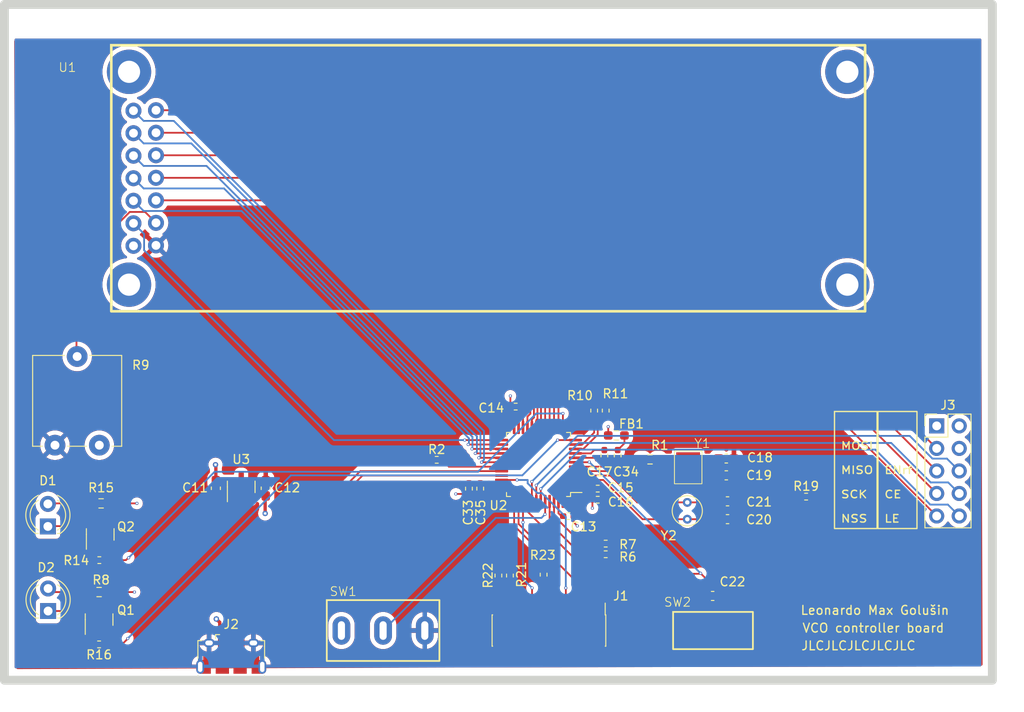
<source format=kicad_pcb>
(kicad_pcb (version 20221018) (generator pcbnew)
  (layers (0 "F.Cu" signal) (1 "In1.Cu" signal) (2 "In2.Cu" signal) (31 "B.Cu" signal) (34 "B.Paste" user) (35 "F.Paste" user) (36 "B.SilkS" user "B.Silkscreen") (37 "F.SilkS" user "F.Silkscreen") (38 "B.Mask" user) (39 "F.Mask" user) (44 "Edge.Cuts" user))
  (net 0 "")
  (net 1 "+5V")
  (net 2 "GND")
  (net 3 "+3V3")
  (net 4 "VDDA")
  (net 5 "Net-(C18-Pad2)")
  (net 6 "/MCU/OSC+")
  (net 7 "/MCU/OSC32+")
  (net 8 "/MCU/OSC32-")
  (net 9 "/MCU/Reset_pin")
  (net 10 "Net-(D1-K)")
  (net 11 "Net-(D1-A)")
  (net 12 "Net-(D2-K)")
  (net 13 "Net-(D2-A)")
  (net 15 "/Connectors/TRST")
  (net 16 "/Connectors/TDI")
  (net 17 "/Connectors/TMS")
  (net 18 "/Connectors/TCK")
  (net 19 "Net-(J1-RTCK)")
  (net 20 "/Connectors/TDO")
  (net 21 "Net-(J1-DBGRQ{slash}NC)")
  (net 22 "Net-(J1-DBGACK{slash}NC)")
  (net 23 "/MCU/USB_D-")
  (net 24 "/MCU/USB_D+")
  (net 28 "/Connectors/SPI_MOSI")
  (net 30 "/Connectors/SPI_MISO")
  (net 31 "/Connectors/ENrf")
  (net 32 "/Connectors/SPI_SCK")
  (net 33 "/Connectors/CE")
  (net 34 "/Connectors/SPI_NSS")
  (net 35 "/Connectors/LE")
  (net 36 "Net-(Q1-G)")
  (net 37 "Net-(Q2-G)")
  (net 38 "/MCU/OSC-")
  (net 39 "Net-(U2-PA10)")
  (net 40 "Net-(U2-PB8)")
  (net 41 "Net-(U2-PB9)")
  (net 42 "Net-(U1-VO)")
  (net 43 "Net-(U2-PA1)")
  (net 44 "Net-(U2-PA0)")
  (net 45 "/MCU/Status_LED_red")
  (net 46 "/MCU/Status_LED_green")
  (net 47 "Net-(U2-PC13)")
  (net 48 "/MCU/BOOT0_Pin")
  (net 49 "RS")
  (net 50 "R{slash}W")
  (net 51 "EN")
  (net 52 "D0")
  (net 53 "D1")
  (net 54 "D2")
  (net 55 "D3")
  (net 56 "D4")
  (net 57 "D5")
  (net 58 "D6")
  (net 59 "D7")
  (footprint "Capacitor_SMD:C_0603_1608Metric_Pad1.08x0.95mm_HandSolder" (layer "F.Cu") (at 86.94 107.4575 -90)
    (fp_text reference "C11")
    (fp_text value "1uF")
  )
  (footprint "Capacitor_SMD:C_0603_1608Metric_Pad1.08x0.95mm_HandSolder" (layer "F.Cu") (at 144.6375 110.94 180)
    (fp_text reference "C20")
    (fp_text value "10pF")
  )
  (footprint "LED_THT:LED_D4.0mm" (layer "F.Cu") (at 68 111.7625 90)
    (fp_text reference "D1")
    (fp_text value "Red")
  )
  (footprint "Resistor_SMD:R_0402_1005Metric_Pad0.72x0.64mm_HandSolder" (layer "F.Cu") (at 130 108.75)
    (fp_text reference "C16")
    (fp_text value "10uF")
  )
  (footprint "ADF5355_footprint_lib:162K-CC_BC-3LP" (layer "F.Cu") (at 117.65 72.5)
    (fp_text reference "U1")
    (fp_text value "~")
  )
  (footprint "Resistor_SMD:R_0402_1005Metric_Pad0.72x0.64mm_HandSolder" (layer "F.Cu") (at 120.75 98.25)
    (fp_text reference "C14")
    (fp_text value "100nF")
  )
  (footprint "Resistor_SMD:R_0402_1005Metric_Pad0.72x0.64mm_HandSolder" (layer "F.Cu") (at 130.9 113.7 180)
    (fp_text reference "R7")
    (fp_text value "10k")
  )
  (footprint "Resistor_SMD:R_0603_1608Metric_Pad0.98x0.95mm_HandSolder" (layer "F.Cu") (at 132.1 101.5)
    (fp_text reference "FB1")
    (fp_text value "FerriteBead")
  )
  (footprint "Resistor_SMD:R_0402_1005Metric_Pad0.72x0.64mm_HandSolder" (layer "F.Cu") (at 118.8 117.3 90)
    (fp_text reference "R22")
    (fp_text value "10k")
  )
  (footprint "Package_TO_SOT_SMD:SOT-23" (layer "F.Cu") (at 73.775 122.2625 90)
    (fp_text reference "Q1")
    (fp_text value "Q_NMOS_GSD")
  )
  (footprint "Resistor_SMD:R_0603_1608Metric_Pad0.98x0.95mm_HandSolder" (layer "F.Cu") (at 74 109.1625 180)
    (fp_text reference "R15")
    (fp_text value "200R")
  )
  (footprint "Resistor_SMD:R_0402_1005Metric_Pad0.72x0.64mm_HandSolder" (layer "F.Cu") (at 126.7 110.6 180)
    (fp_text reference "C13")
    (fp_text value "100nF")
  )
  (footprint "ADF5355:NX3225GD" (layer "F.Cu") (at 140.2 105.1 -90)
    (fp_text reference "Y1")
    (fp_text value "8MHz")
  )
  (footprint "Resistor_SMD:R_0402_1005Metric_Pad0.72x0.64mm_HandSolder" (layer "F.Cu") (at 115.48 107.5 90)
    (fp_text reference "C33")
    (fp_text value "100nF")
  )
  (footprint "Capacitor_SMD:C_0603_1608Metric_Pad1.08x0.95mm_HandSolder" (layer "F.Cu") (at 144.5 106 180)
    (fp_text reference "C19")
    (fp_text value "20pF")
  )
  (footprint "Capacitor_SMD:C_0603_1608Metric_Pad1.08x0.95mm_HandSolder" (layer "F.Cu") (at 144.5 104.1 180)
    (fp_text reference "C18")
    (fp_text value "20pF")
  )
  (footprint "Package_TO_SOT_SMD:SOT-23" (layer "F.Cu") (at 89.8 107.3 90)
    (fp_text reference "U3")
    (fp_text value "TPS7A0533PDBZ")
  )
  (footprint "Resistor_SMD:R_0402_1005Metric_Pad0.72x0.64mm_HandSolder" (layer "F.Cu") (at 73.8 115.5625 180)
    (fp_text reference "R14")
    (fp_text value "10k")
  )
  (footprint "Resistor_SMD:R_0402_1005Metric_Pad0.72x0.64mm_HandSolder" (layer "F.Cu") (at 123.9 117.2 90)
    (fp_text reference "R23")
    (fp_text value "10k")
  )
  (footprint "Resistor_SMD:R_0603_1608Metric_Pad0.98x0.95mm_HandSolder" (layer "F.Cu") (at 135.9 104.2 180)
    (fp_text reference "R1")
    (fp_text value "390R")
  )
  (footprint "Potentiometer_THT:Potentiometer_ACP_CA9-V10_Vertical" (layer "F.Cu") (at 73.8 102.6 90)
    (fp_text reference "R9")
    (fp_text value "10k")
  )
  (footprint "ADF5355:Toggle_switch_710X" (layer "F.Cu") (at 105.8 123.5)
    (fp_text reference "SW1")
    (fp_text value "SW_SPDT")
  )
  (footprint "Resistor_SMD:R_0402_1005Metric_Pad0.72x0.64mm_HandSolder" (layer "F.Cu") (at 132.25 103.75 -90)
    (fp_text reference "C34")
    (fp_text value "1uF")
  )
  (footprint "ADF5355:WS_TASV_SMT_Switch" (layer "F.Cu") (at 143 123.5)
    (fp_text reference "SW2")
    (fp_text value "SW_Push")
  )
  (footprint "Resistor_SMD:R_0402_1005Metric_Pad0.72x0.64mm_HandSolder" (layer "F.Cu") (at 129.6 98.7 -90)
    (fp_text reference "R10")
    (fp_text value "10k")
  )
  (footprint "Capacitor_SMD:C_0603_1608Metric_Pad1.08x0.95mm_HandSolder" (layer "F.Cu") (at 144.6375 108.93 180)
    (fp_text reference "C21")
    (fp_text value "10pF")
  )
  (footprint "Capacitor_SMD:C_0603_1608Metric_Pad1.08x0.95mm_HandSolder" (layer "F.Cu") (at 92.565 107.4575 90)
    (fp_text reference "C12")
    (fp_text value "1uF")
  )
  (footprint "Resistor_SMD:R_0402_1005Metric_Pad0.72x0.64mm_HandSolder" (layer "F.Cu") (at 130.9 98.7 -90)
    (fp_text reference "R11")
    (fp_text value "10k")
  )
  (footprint "LED_THT:LED_D4.0mm" (layer "F.Cu") (at 68.025 121.3 90)
    (fp_text reference "D2")
    (fp_text value "Green")
  )
  (footprint "Resistor_SMD:R_0402_1005Metric_Pad0.72x0.64mm_HandSolder" (layer "F.Cu") (at 153.5 108.4)
    (fp_text reference "R19")
    (fp_text value "10k")
  )
  (footprint "Connector_USB:USB_Micro-B_Amphenol_10118194_Horizontal" (layer "F.Cu") (at 88.675 126.3)
    (fp_text reference "J2")
    (fp_text value "USB_B_Micro")
  )
  (footprint "Connector_PinHeader_2.54mm:PinHeader_2x05_P2.54mm_Vertical" (layer "F.Cu") (at 168.225 100.425)
    (fp_text reference "J3")
    (fp_text value "Conn_02x05_Odd_Even")
  )
  (footprint "Resistor_SMD:R_0402_1005Metric_Pad0.72x0.64mm_HandSolder" (layer "F.Cu") (at 130.9 114.9 180)
    (fp_text reference "R6")
    (fp_text value "10k")
  )
  (footprint "Resistor_SMD:R_0603_1608Metric_Pad0.98x0.95mm_HandSolder" (layer "F.Cu") (at 73.775 119.1625 180)
    (fp_text reference "R8")
    (fp_text value "300R")
  )
  (footprint "Package_QFP:LQFP-48_7x7mm_P0.5mm" (layer "F.Cu") (at 123.325 104.775 180)
    (fp_text reference "U2")
    (fp_text value "STM32L433CCTx")
  )
  (footprint "Resistor_SMD:R_0402_1005Metric_Pad0.72x0.64mm_HandSolder" (layer "F.Cu") (at 120.1 117.3 -90)
    (fp_text reference "R21")
    (fp_text value "10k")
  )
  (footprint "Package_TO_SOT_SMD:SOT-23" (layer "F.Cu") (at 73.9 112.6625 90)
    (fp_text reference "Q2")
    (fp_text value "Q_NMOS_GSD")
  )
  (footprint "Resistor_SMD:R_0402_1005Metric_Pad0.72x0.64mm_HandSolder" (layer "F.Cu") (at 116.75 107.5 90)
    (fp_text reference "C35")
    (fp_text value "1uF")
  )
  (footprint "Resistor_SMD:R_0402_1005Metric_Pad0.72x0.64mm_HandSolder" (layer "F.Cu") (at 130 107.5)
    (fp_text reference "C15")
    (fp_text value "100nF")
  )
  (footprint "Resistor_SMD:R_0402_1005Metric_Pad0.72x0.64mm_HandSolder" (layer "F.Cu") (at 111.8475 104.25)
    (fp_text reference "R2")
    (fp_text value "10k")
  )
  (footprint "Crystal:Crystal_Round_D3.0mm_Vertical" (layer "F.Cu") (at 140.1 110.95 90)
    (fp_text reference "Y2")
    (fp_text value "32kHz")
  )
  (footprint "Capacitor_SMD:C_0603_1608Metric_Pad1.08x0.95mm_HandSolder" (layer "F.Cu") (at 142.9625 119.6)
    (fp_text reference "C22")
    (fp_text value "100nF")
  )
  (footprint "Connector_PinHeader_1.27mm:PinHeader_2x10_P1.27mm_Vertical_SMD" (layer "F.Cu") (at 124.5 123.5 -90)
    (fp_text reference "J1")
    (fp_text value "Conn_ARM_JTAG_SWD_20")
  )
  (footprint "Resistor_SMD:R_0402_1005Metric_Pad0.72x0.64mm_HandSolder" (layer "F.Cu") (at 130.75 103.75 -90)
    (fp_text reference "C17")
    (fp_text value "100nF")
  )
  (footprint "Resistor_SMD:R_0402_1005Metric_Pad0.72x0.64mm_HandSolder" (layer "F.Cu") (at 73.775 125.0625 180)
    (fp_text reference "R16")
    (fp_text value "10k")
  )
  (gr_rect (start 63.1 52.9) (end 174.5 129.1) (stroke (width 1)) (fill none) (layer "Edge.Cuts"))
  (gr_text "Leonardo Max Golušin" (at 152.8 121.8) (layer "F.SilkS") (effects (font (size 1 1)) (justify left bottom)))
  (gr_text "JLCJLCJLCJLCJLC" (at 152.875 125.8) (layer "F.SilkS") (effects (font (size 1 1)) (justify left bottom)))
  (gr_text "VCO controller board" (at 153 123.8) (layer "F.SilkS") (effects (font (size 1 1)) (justify left bottom)))
  (gr_text_box "\n\n\n\nENrf\n\nCE\n\nLE" (start 161.6 98.8) (end 166 112) (layer "F.SilkS") (effects (font (size 0.85 1)) (justify left top)) (stroke (width 0.15)))
  (gr_text_box "\n\nMOSI\n\nMISO\n\nSCK\n\nNSS" (start 156.7 98.8) (end 161.5 112) (layer "F.SilkS") (effects (font (size 0.85 1)) (justify left top)) (stroke (width 0.15)))
  (segment (start 89.8 106.3625) (end 89.5625 106.6) (width 0.37) (layer "F.Cu") (net 1))
  (segment (start 86.94 106.595) (end 86.94 104.84) (width 0.37) (layer "F.Cu") (net 1))
  (segment (start 87.375 124.9) (end 87.375 122.575) (width 0.37) (layer "F.Cu") (net 1))
  (segment (start 87.41 106.6) (end 87.1725 106.3625) (width 0.37) (layer "F.Cu") (net 1))
  (segment (start 86.94 104.84) (end 86.9 104.8) (width 0.2) (layer "F.Cu") (net 1))
  (segment (start 87.1725 106.3625) (end 86.94 106.595) (width 0.2) (layer "F.Cu") (net 1))
  (segment (start 87.375 122.575) (end 87 122.2) (width 0.37) (layer "F.Cu") (net 1))
  (segment (start 74.6875 119.1625) (end 77.7625 119.1625) (width 0.2) (layer "F.Cu") (net 1))
  (segment (start 89.5625 106.6) (end 87.41 106.6) (width 0.37) (layer "F.Cu") (net 1))
  (segment (start 74.9125 109.1625) (end 78.0375 109.1625) (width 0.2) (layer "F.Cu") (net 1))
  (via (at 87 122.2) (size 0.6) (drill 0.3) (layers "F.Cu" "B.Cu") (net 1))
  (via (at 86.9 104.8) (size 0.6) (drill 0.3) (layers "F.Cu" "B.Cu") (net 1))
  (via (at 87 122.2) (size 0.6) (drill 0.3) (layers "F.Cu" "B.Cu") (net 1))
  (via (at 78.0375 109.1625) (size 0.35) (drill 0.2) (layers "F.Cu" "B.Cu") (net 1))
  (via (at 77.7625 119.1625) (size 0.35) (drill 0.2) (layers "F.Cu" "B.Cu") (net 1))
  (segment (start 121.3475 98.9025) (end 121.3475 98.25) (width 0.2) (layer "F.Cu") (net 2))
  (segment (start 121.075 100.6125) (end 121.075 99.175) (width 0.2) (layer "F.Cu") (net 2))
  (segment (start 126.1025 110.6) (end 125.9 110.6) (width 0.2) (layer "F.Cu") (net 2))
  (segment (start 121.075 99.175) (end 121.3475 98.9025) (width 0.2) (layer "F.Cu") (net 2))
  (segment (start 125.9 110.6) (end 125.575 110.275) (width 0.2) (layer "F.Cu") (net 2))
  (segment (start 117.7 106.9) (end 117.6975 106.9025) (width 0.2) (layer "F.Cu") (net 2))
  (segment (start 127.4875 104.025) (end 129.65 104.025) (width 0.2) (layer "F.Cu") (net 2))
  (segment (start 129.65 104.025) (end 129.9725 104.3475) (width 0.2) (layer "F.Cu") (net 2))
  (segment (start 117.6975 106.9025) (end 115.48 106.9025) (width 0.2) (layer "F.Cu") (net 2))
  (segment (start 129.9725 104.3475) (end 132.25 104.3475) (width 0.2) (layer "F.Cu") (net 2))
  (segment (start 117.825 107.025) (end 117.7 106.9) (width 0.2) (layer "F.Cu") (net 2))
  (segment (start 119.1625 107.025) (end 117.825 107.025) (width 0.2) (layer "F.Cu") (net 2))
  (segment (start 125.575 110.275) (end 125.575 108.9375) (width 0.2) (layer "F.Cu") (net 2))
  (segment (start 92.5 108.385) (end 92.565 108.32) (width 0.2) (layer "F.Cu") (net 3))
  (segment (start 118.1025 108.0975) (end 115.48 108.0975) (width 0.2) (layer "F.Cu") (net 3))
  (segment (start 92.5 110.3) (end 92.5 108.385) (width 0.37) (layer "F.Cu") (net 3))
  (segment (start 118.675 107.525) (end 118.1025 108.0975) (width 0.2) (layer "F.Cu") (net 3))
  (segment (start 129.4025 108.75) (end 129.4025 109.6975) (width 0.2) (layer "F.Cu") (net 3))
  (segment (start 127.2975 110.16) (end 127.2975 110.6) (width 0.2) (layer "F.Cu") (net 3))
  (segment (start 119.1625 107.525) (end 118.675 107.525) (width 0.2) (layer "F.Cu") (net 3))
  (segment (start 120.1525 97.0475) (end 120.1525 98.25) (width 0.2) (layer "F.Cu") (net 3))
  (segment (start 127.2975 111.2975) (end 127.7 111.7) (width 0.2) (layer "F.Cu") (net 3))
  (segment (start 90.8325 108.32) (end 90.75 108.2375) (width 0.2) (layer "F.Cu") (net 3))
  (segment (start 127.2975 110.6) (end 127.2975 111.2975) (width 0.2) (layer "F.Cu") (net 3))
  (segment (start 115.48 108.0975) (end 114.0025 108.0975) (width 0.2) (layer "F.Cu") (net 3))
  (segment (start 129.3775 107.525) (end 129.4025 107.5) (width 0.2) (layer "F.Cu") (net 3))
  (segment (start 129.4025 108.75) (end 129.4025 107.5) (width 0.2) (layer "F.Cu") (net 3))
  (segment (start 120.575 100.6125) (end 120.575 99.825) (width 0.2) (layer "F.Cu") (net 3))
  (segment (start 126.075 108.9375) (end 127.2975 110.16) (width 0.2) (layer "F.Cu") (net 3))
  (segment (start 92.565 108.32) (end 90.8325 108.32) (width 0.37) (layer "F.Cu") (net 3))
  (segment (start 127.4875 107.525) (end 129.3775 107.525) (width 0.2) (layer "F.Cu") (net 3))
  (segment (start 120.1525 99.4025) (end 120.1525 98.25) (width 0.2) (layer "F.Cu") (net 3))
  (segment (start 131.1875 101.5) (end 131.1875 100.5125) (width 0.2) (layer "F.Cu") (net 3))
  (segment (start 120.575 99.825) (end 120.1525 99.4025) (width 0.2) (layer "F.Cu") (net 3))
  (via (at 127.7 111.7) (size 0.35) (drill 0.2) (layers "F.Cu" "B.Cu") (net 3))
  (via (at 114 108.1) (size 0.35) (drill 0.2) (layers "F.Cu" "B.Cu") (net 3))
  (via (at 129.4 109.7) (size 0.35) (drill 0.2) (layers "F.Cu" "B.Cu") (net 3))
  (via (at 120.1525 97.0475) (size 0.35) (drill 0.2) (layers "F.Cu" "B.Cu") (net 3))
  (via (at 131.1875 100.5125) (size 0.35) (drill 0.2) (layers "F.Cu" "B.Cu") (net 3))
  (via (at 92.5 110.3) (size 0.6) (drill 0.3) (layers "F.Cu" "B.Cu") (net 3))
  (segment (start 129.225 103.525) (end 129.5975 103.1525) (width 0.2) (layer "F.Cu") (net 4))
  (segment (start 133.0125 102.39) (end 132.25 103.1525) (width 0.2) (layer "F.Cu") (net 4))
  (segment (start 129.5975 103.1525) (end 132.25 103.1525) (width 0.2) (layer "F.Cu") (net 4))
  (segment (start 133.0125 101.5) (end 133.0125 102.39) (width 0.2) (layer "F.Cu") (net 4))
  (segment (start 129.225 103.525) (end 127.4875 103.525) (width 0.2) (layer "F.Cu") (net 4))
  (segment (start 143.5875 104.15) (end 143.6375 104.1) (width 0.2) (layer "F.Cu") (net 5))
  (segment (start 136.8625 104.15) (end 140.2 104.15) (width 0.2) (layer "F.Cu") (net 5))
  (segment (start 136.8125 104.2) (end 136.8625 104.15) (width 0.2) (layer "F.Cu") (net 5))
  (segment (start 140.2 104.15) (end 143.5875 104.15) (width 0.2) (layer "F.Cu") (net 5))
  (segment (start 127.4875 105.525) (end 134.125 105.525) (width 0.2) (layer "F.Cu") (net 6))
  (segment (start 134.6 106) (end 140.15 106) (width 0.2) (layer "F.Cu") (net 6))
  (segment (start 143.5875 106.05) (end 143.6375 106) (width 0.2) (layer "F.Cu") (net 6))
  (segment (start 134.125 105.525) (end 134.6 106) (width 0.2) (layer "F.Cu") (net 6))
  (segment (start 140.2 106.05) (end 143.5875 106.05) (width 0.2) (layer "F.Cu") (net 6))
  (segment (start 140.15 106) (end 140.2 106.05) (width 0.2) (layer "F.Cu") (net 6))
  (segment (start 130.630538 106.525) (end 135.055538 110.95) (width 0.2) (layer "F.Cu") (net 7))
  (segment (start 143.765 110.95) (end 143.775 110.94) (width 0.2) (layer "F.Cu") (net 7))
  (segment (start 135.055538 110.95) (end 140.1 110.95) (width 0.2) (layer "F.Cu") (net 7))
  (segment (start 127.4875 106.525) (end 130.630538 106.525) (width 0.2) (layer "F.Cu") (net 7))
  (segment (start 140.1 110.95) (end 143.765 110.95) (width 0.2) (layer "F.Cu") (net 7))
  (segment (start 127.4875 106.025) (end 131.425 106.025) (width 0.2) (layer "F.Cu") (net 8))
  (segment (start 143.655 109.05) (end 143.775 108.93) (width 0.2) (layer "F.Cu") (net 8))
  (segment (start 140.1 109.05) (end 143.655 109.05) (width 0.2) (layer "F.Cu") (net 8))
  (segment (start 134.45 109.05) (end 140.1 109.05) (width 0.2) (layer "F.Cu") (net 8))
  (segment (start 131.425 106.025) (end 134.45 109.05) (width 0.2) (layer "F.Cu") (net 8))
  (segment (start 141.6 117.05) (end 141.55 117.1) (width 0.2) (layer "F.Cu") (net 9))
  (segment (start 129.025 104.525) (end 129.05 104.5) (width 0.2) (layer "F.Cu") (net 9))
  (segment (start 131.9 123.2) (end 122.145 123.2) (width 0.2) (layer "F.Cu") (net 9))
  (segment (start 127.4875 104.525) (end 129.025 104.525) (width 0.2) (layer "F.Cu") (net 9))
  (segment (start 143.825 119.275) (end 143.825 119.6) (width 0.2) (layer "F.Cu") (net 9))
  (segment (start 141.6 117.05) (end 143.825 119.275) (width 0.2) (layer "F.Cu") (net 9))
  (segment (start 138 117.1) (end 131.9 123.2) (width 0.2) (layer "F.Cu") (net 9))
  (segment (start 121.325 122.38) (end 121.325 121.55) (width 0.2) (layer "F.Cu") (net 9))
  (segment (start 141.55 117.1) (end 138 117.1) (width 0.2) (layer "F.Cu") (net 9))
  (segment (start 147 122.8) (end 143.825 119.625) (width 0.2) (layer "F.Cu") (net 9))
  (segment (start 147 123.5) (end 147 122.8) (width 0.2) (layer "F.Cu") (net 9))
  (segment (start 122.145 123.2) (end 121.325 122.38) (width 0.2) (layer "F.Cu") (net 9))
  (segment (start 143.825 119.625) (end 143.825 119.6) (width 0.2) (layer "F.Cu") (net 9))
  (via (at 141.6 117.05) (size 0.35) (drill 0.2) (layers "F.Cu" "B.Cu") (net 9))
  (via (at 129.05 104.5) (size 0.35) (drill 0.2) (layers "F.Cu" "B.Cu") (net 9))
  (segment (start 129.05 104.5) (end 141.6 117.05) (width 0.2) (layer "B.Cu") (net 9))
  (segment (start 73.9 111.725) (end 68.0375 111.725) (width 0.2) (layer "F.Cu") (net 10))
  (segment (start 68.0375 111.725) (end 68 111.7625) (width 0.2) (layer "F.Cu") (net 10))
  (segment (start 68.06 109.1625) (end 68 109.2225) (width 0.2) (layer "F.Cu") (net 11))
  (segment (start 73.0875 109.1625) (end 68.06 109.1625) (width 0.2) (layer "F.Cu") (net 11))
  (segment (start 71.2 121.325) (end 73.775 121.325) (width 0.2) (layer "F.Cu") (net 12))
  (segment (start 68.025 121.3) (end 71.175 121.3) (width 0.2) (layer "F.Cu") (net 12))
  (segment (start 71.175 121.3) (end 71.2 121.325) (width 0.2) (layer "F.Cu") (net 12))
  (segment (start 68.4275 119.1625) (end 68.025 118.76) (width 0.2) (layer "F.Cu") (net 13))
  (segment (start 72.8625 119.1625) (end 68.4275 119.1625) (width 0.2) (layer "F.Cu") (net 13))
  (segment (start 122.075 110.075) (end 128.945 116.945) (width 0.2) (layer "F.Cu") (net 15))
  (segment (start 122.075 108.9375) (end 122.075 110.075) (width 0.2) (layer "F.Cu") (net 15))
  (segment (start 128.945 116.945) (end 128.945 121.55) (width 0.2) (layer "F.Cu") (net 15))
  (segment (start 121.075 111.475) (end 127.675 118.075) (width 0.2) (layer "F.Cu") (net 16))
  (segment (start 121.075 108.9375) (end 121.075 111.475) (width 0.2) (layer "F.Cu") (net 16))
  (segment (start 127.675 118.075) (end 127.675 121.55) (width 0.2) (layer "F.Cu") (net 16))
  (segment (start 126.405 118.705) (end 126.405 121.55) (width 0.2) (layer "F.Cu") (net 17))
  (segment (start 119.1625 106.525) (end 120.9 106.525) (width 0.2) (layer "F.Cu") (net 17))
  (segment (start 126.4 118.7) (end 126.405 118.705) (width 0.2) (layer "F.Cu") (net 17))
  (via (at 126.4 118.7) (size 0.35) (drill 0.2) (layers "F.Cu" "B.Cu") (net 17))
  (via (at 120.9 106.525) (size 0.35) (drill 0.2) (layers "F.Cu" "B.Cu") (net 17))
  (segment (start 123.203248 108) (end 123.7 108) (width 0.2) (layer "B.Cu") (net 17))
  (segment (start 123.7 108) (end 126.4 110.7) (width 0.2) (layer "B.Cu") (net 17))
  (segment (start 122.1 106.896752) (end 123.203248 108) (width 0.2) (layer "B.Cu") (net 17))
  (segment (start 126.4 110.7) (end 126.4 118.7) (width 0.2) (layer "B.Cu") (net 17))
  (segment (start 120.9 106.525) (end 122.1 106.525) (width 0.2) (layer "B.Cu") (net 17))
  (segment (start 122.1 106.525) (end 122.1 106.896752) (width 0.2) (layer "B.Cu") (net 17))
  (segment (start 120.575 108.9375) (end 120.575 111.675) (width 0.2) (layer "F.Cu") (net 18))
  (segment (start 120.575 111.675) (end 125.135 116.235) (width 0.2) (layer "F.Cu") (net 18))
  (segment (start 125.135 116.235) (end 125.135 121.55) (width 0.2) (layer "F.Cu") (net 18))
  (segment (start 123.9 117.7975) (end 123.865 117.8325) (width 0.2) (layer "F.Cu") (net 19))
  (segment (start 123.865 117.8325) (end 123.865 121.55) (width 0.2) (layer "F.Cu") (net 19))
  (segment (start 122.595 118.705) (end 122.595 121.55) (width 0.2) (layer "F.Cu") (net 20))
  (segment (start 121.575 108.9375) (end 121.575 111.3) (width 0.2) (layer "F.Cu") (net 20))
  (segment (start 122.6 118.7) (end 122.595 118.705) (width 0.2) (layer "F.Cu") (net 20))
  (via (at 121.575 111.3) (size 0.35) (drill 0.2) (layers "F.Cu" "B.Cu") (net 20))
  (via (at 122.6 118.7) (size 0.35) (drill 0.2) (layers "F.Cu" "B.Cu") (net 20))
  (segment (start 121.575 117.675) (end 122.6 118.7) (width 0.2) (layer "B.Cu") (net 20))
  (segment (start 121.575 111.3) (end 121.575 117.675) (width 0.2) (layer "B.Cu") (net 20))
  (segment (start 120.1 117.8975) (end 120.055 117.9425) (width 0.2) (layer "F.Cu") (net 21))
  (segment (start 120.055 117.9425) (end 120.055 121.55) (width 0.2) (layer "F.Cu") (net 21))
  (segment (start 118.8 117.8975) (end 118.785 117.9125) (width 0.2) (layer "F.Cu") (net 22))
  (segment (start 118.785 117.9125) (end 118.785 121.55) (width 0.2) (layer "F.Cu") (net 22))
  (segment (start 103.225 105.525) (end 88.025 120.725) (width 0.2) (layer "F.Cu") (net 23))
  (segment (start 88.025 120.725) (end 88.025 124.9) (width 0.2) (layer "F.Cu") (net 23))
  (segment (start 119.1625 105.525) (end 103.225 105.525) (width 0.2) (layer "F.Cu") (net 23))
  (segment (start 119.1625 106.025) (end 103.475 106.025) (width 0.2) (layer "F.Cu") (net 24))
  (segment (start 103.475 106.025) (end 88.675 120.825) (width 0.2) (layer "F.Cu") (net 24))
  (segment (start 88.675 120.825) (end 88.675 124.9) (width 0.2) (layer "F.Cu") (net 24))
  (segment (start 124.9 94.1) (end 159.36 94.1) (width 0.2) (layer "F.Cu") (net 28))
  (segment (start 124.075 100.6125) (end 124.075 94.925) (width 0.2) (layer "F.Cu") (net 28))
  (segment (start 159.36 94.1) (end 168.225 102.965) (width 0.2) (layer "F.Cu") (net 28))
  (segment (start 124.075 94.925) (end 124.9 94.1) (width 0.2) (layer "F.Cu") (net 28))
  (segment (start 124.575 100.6125) (end 124.575 95.325) (width 0.2) (layer "F.Cu") (net 30))
  (segment (start 124.575 95.325) (end 125.4 94.5) (width 0.2) (layer "F.Cu") (net 30))
  (segment (start 125.4 94.5) (end 157.22 94.5) (width 0.2) (layer "F.Cu") (net 30))
  (segment (start 157.22 94.5) (end 168.225 105.505) (width 0.2) (layer "F.Cu") (net 30))
  (segment (start 122.575 108.9375) (end 122.575 106.7) (width 0.2) (layer "F.Cu") (net 31))
  (via (at 122.575 106.7) (size 0.35) (drill 0.2) (layers "F.Cu" "B.Cu") (net 31))
  (segment (start 122.575 106.7) (end 127.725 101.55) (width 0.2) (layer "B.Cu") (net 31))
  (segment (start 167.748654 104.115) (end 169.375 104.115) (width 0.2) (layer "B.Cu") (net 31))
  (segment (start 165.183654 101.55) (end 167.748654 104.115) (width 0.2) (layer "B.Cu") (net 31))
  (segment (start 127.725 101.55) (end 165.183654 101.55) (width 0.2) (layer "B.Cu") (net 31))
  (segment (start 169.375 104.115) (end 170.765 105.505) (width 0.2) (layer "B.Cu") (net 31))
  (segment (start 155.08 94.9) (end 168.225 108.045) (width 0.2) (layer "F.Cu") (net 32))
  (segment (start 125.7 94.9) (end 155.08 94.9) (width 0.2) (layer "F.Cu") (net 32))
  (segment (start 125.075 95.525) (end 125.7 94.9) (width 0.2) (layer "F.Cu") (net 32))
  (segment (start 125.075 100.6125) (end 125.075 95.525) (width 0.2) (layer "F.Cu") (net 32))
  (segment (start 123.075 107.125) (end 123.075 108.9375) (width 0.2) (layer "F.Cu") (net 33))
  (via (at 123.075 107.125) (size 0.35) (drill 0.2) (layers "F.Cu" "B.Cu") (net 33))
  (segment (start 163.096827 102.35) (end 167.546827 106.8) (width 0.2) (layer "B.Cu") (net 33))
  (segment (start 127.85 102.35) (end 163.096827 102.35) (width 0.2) (layer "B.Cu") (net 33))
  (segment (start 123.075 107.125) (end 127.85 102.35) (width 0.2) (layer "B.Cu") (net 33))
  (segment (start 169.52 106.8) (end 170.765 108.045) (width 0.2) (layer "B.Cu") (net 33))
  (segment (start 167.546827 106.8) (end 169.52 106.8) (width 0.2) (layer "B.Cu") (net 33))
  (segment (start 125.575 96.325) (end 126.5 95.4) (width 0.2) (layer "F.Cu") (net 34))
  (segment (start 126.5 95.4) (end 153.04 95.4) (width 0.2) (layer "F.Cu") (net 34))
  (segment (start 125.575 100.6125) (end 125.575 96.325) (width 0.2) (layer "F.Cu") (net 34))
  (segment (start 153.04 95.4) (end 168.225 110.585) (width 0.2) (layer "F.Cu") (net 34))
  (segment (start 123.575 107.525) (end 123.575 108.9375) (width 0.2) (layer "F.Cu") (net 35))
  (via (at 123.575 107.525) (size 0.35) (drill 0.2) (layers "F.Cu" "B.Cu") (net 35))
  (segment (start 169.48 109.3) (end 170.765 110.585) (width 0.2) (layer "B.Cu") (net 35))
  (segment (start 123.575 107.525) (end 128 103.1) (width 0.2) (layer "B.Cu") (net 35))
  (segment (start 167.5 109.3) (end 169.48 109.3) (width 0.2) (layer "B.Cu") (net 35))
  (segment (start 128 103.1) (end 161.3 103.1) (width 0.2) (layer "B.Cu") (net 35))
  (segment (start 161.3 103.1) (end 167.5 109.3) (width 0.2) (layer "B.Cu") (net 35))
  (segment (start 72.825 124.71) (end 73.1775 125.0625) (width 0.2) (layer "F.Cu") (net 36))
  (segment (start 72.825 123.2) (end 72.825 124.71) (width 0.2) (layer "F.Cu") (net 36))
  (segment (start 72.95 113.6) (end 72.95 115.31) (width 0.2) (layer "F.Cu") (net 37))
  (segment (start 72.95 115.31) (end 73.2025 115.5625) (width 0.2) (layer "F.Cu") (net 37))
  (segment (start 127.4875 105.025) (end 134.1625 105.025) (width 0.2) (layer "F.Cu") (net 38))
  (segment (start 134.1625 105.025) (end 134.9875 104.2) (width 0.2) (layer "F.Cu") (net 38))
  (segment (start 119.1625 105.025) (end 113.22 105.025) (width 0.2) (layer "F.Cu") (net 39))
  (segment (start 113.22 105.025) (end 112.445 104.25) (width 0.2) (layer "F.Cu") (net 39))
  (segment (start 128.094462 114.9) (end 130.3025 114.9) (width 0.2) (layer "F.Cu") (net 40))
  (segment (start 124.575 111.380538) (end 128.094462 114.9) (width 0.2) (layer "F.Cu") (net 40))
  (segment (start 124.575 108.9375) (end 124.575 111.380538) (width 0.2) (layer "F.Cu") (net 40))
  (segment (start 125.075 110.580538) (end 128.194462 113.7) (width 0.2) (layer "F.Cu") (net 41))
  (segment (start 128.194462 113.7) (end 130.3025 113.7) (width 0.2) (layer "F.Cu") (net 41))
  (segment (start 125.075 108.9375) (end 125.075 110.580538) (width 0.2) (layer "F.Cu") (net 41))
  (segment (start 71.225 92.625) (end 71.225 82.307943) (width 0.2) (layer "F.Cu") (net 42))
  (segment (start 78.96 76.3) (end 80.19 77.53) (width 0.2) (layer "F.Cu") (net 42))
  (segment (start 77.232943 76.3) (end 78.96 76.3) (width 0.2) (layer "F.Cu") (net 42))
  (segment (start 71.225 82.307943) (end 77.232943 76.3) (width 0.2) (layer "F.Cu") (net 42))
  (segment (start 127.4875 102.525) (end 128.25533 102.525) (width 0.2) (layer "F.Cu") (net 43))
  (segment (start 128.25533 102.525) (end 129.6 101.18033) (width 0.2) (layer "F.Cu") (net 43))
  (segment (start 129.6 101.18033) (end 129.6 99.2975) (width 0.2) (layer "F.Cu") (net 43))
  (segment (start 128.375 103.025) (end 130 101.4) (width 0.2) (layer "F.Cu") (net 44))
  (segment (start 127.4875 103.025) (end 128.375 103.025) (width 0.2) (layer "F.Cu") (net 44))
  (segment (start 130 100.1975) (end 130.9 99.2975) (width 0.2) (layer "F.Cu") (net 44))
  (segment (start 130 101.4) (end 130 100.1975) (width 0.2) (layer "F.Cu") (net 44))
  (segment (start 126.075 100.6125) (end 126.075 99.025) (width 0.2) (layer "F.Cu") (net 45))
  (segment (start 74.3975 115.5625) (end 76.8 115.5625) (width 0.2) (layer "F.Cu") (net 45))
  (segment (start 76.8 115.5625) (end 77.1 115.2625) (width 0.2) (layer "F.Cu") (net 45))
  (via (at 126.075 99.025) (size 0.35) (drill 0.2) (layers "F.Cu" "B.Cu") (net 45))
  (via (at 77.1 115.3) (size 0.35) (drill 0.2) (layers "F.Cu" "B.Cu") (net 45))
  (segment (start 86.8 105.6) (end 77.1 115.3) (width 0.2) (layer "B.Cu") (net 45))
  (segment (start 123.071752 99.025) (end 116.496752 105.6) (width 0.2) (layer "B.Cu") (net 45))
  (segment (start 116.496752 105.6) (end 86.8 105.6) (width 0.2) (layer "B.Cu") (net 45))
  (segment (start 126.075 99.025) (end 123.071752 99.025) (width 0.2) (layer "B.Cu") (net 45))
  (segment (start 127.4875 102.025) (end 125.475 102.025) (width 0.2) (layer "F.Cu") (net 46))
  (segment (start 74.3725 125.0625) (end 76.3625 125.0625) (width 0.2) (layer "F.Cu") (net 46))
  (segment (start 76.3625 125.0625) (end 77.025 124.4) (width 0.2) (layer "F.Cu") (net 46))
  (via (at 77 124.4) (size 0.35) (drill 0.2) (layers "F.Cu" "B.Cu") (net 46))
  (via (at 125.475 102.025) (size 0.35) (drill 0.2) (layers "F.Cu" "B.Cu") (net 46))
  (segment (start 121.5 106) (end 95.4 106) (width 0.2) (layer "B.Cu") (net 46))
  (segment (start 125.475 102.025) (end 121.5 106) (width 0.2) (layer "B.Cu") (net 46))
  (segment (start 95.4 106) (end 77 124.4) (width 0.2) (layer "B.Cu") (net 46))
  (segment (start 124.051977 110.4) (end 124.075 110.376977) (width 0.2) (layer "F.Cu") (net 48))
  (segment (start 124.075 110.376977) (end 124.075 108.9375) (width 0.2) (layer "F.Cu") (net 48))
  (via (at 124.051977 110.4) (size 0.35) (drill 0.2) (layers "F.Cu" "B.Cu") (net 48))
  (segment (start 123.651977 110.8) (end 118.5 110.8) (width 0.2) (layer "B.Cu") (net 48))
  (segment (start 118.5 110.8) (end 105.8 123.5) (width 0.2) (layer "B.Cu") (net 48))
  (segment (start 124.051977 110.4) (end 123.651977 110.8) (width 0.2) (layer "B.Cu") (net 48))
  (segment (start 119.1625 102.025) (end 115 102.025) (width 0.2) (layer "F.Cu") (net 49))
  (via (at 115 102.025) (size 0.35) (drill 0.2) (layers "F.Cu" "B.Cu") (net 49))
  (segment (start 115 102.025) (end 100.257943 102.025) (width 0.2) (layer "B.Cu") (net 49))
  (segment (start 100.257943 102.025) (end 78.85 80.617057) (width 0.2) (layer "B.Cu") (net 49))
  (segment (start 78.85 78.78) (end 77.65 77.58) (width 0.2) (layer "B.Cu") (net 49))
  (segment (start 78.85 80.617057) (end 78.85 78.78) (width 0.2) (layer "B.Cu") (net 49))
  (segment (start 122.005 97.899462) (end 122 97.894462) (width 0.2) (layer "F.Cu") (net 50))
  (segment (start 101.49 74.99) (end 80.19 74.99) (width 0.2) (layer "F.Cu") (net 50))
  (segment (start 121.575 99.240686) (end 122.005 98.810686) (width 0.2) (layer "F.Cu") (net 50))
  (segment (start 122.005 98.810686) (end 122.005 97.899462) (width 0.2) (layer "F.Cu") (net 50))
  (segment (start 122 95.5) (end 101.49 74.99) (width 0.2) (layer "F.Cu") (net 50))
  (segment (start 121.575 100.6125) (end 121.575 99.240686) (width 0.2) (layer "F.Cu") (net 50))
  (segment (start 122 97.894462) (end 122 95.5) (width 0.2) (layer "F.Cu") (net 50))
  (segment (start 119.1625 102.525) (end 115.4 102.525) (width 0.2) (layer "F.Cu") (net 51))
  (via (at 115.4 102.525) (size 0.35) (drill 0.2) (layers "F.Cu" "B.Cu") (net 51))
  (segment (start 89.836752 76.19) (end 78.8 76.19) (width 0.2) (layer "B.Cu") (net 51))
  (segment (start 78.8 76.19) (end 77.65 75.04) (width 0.2) (layer "B.Cu") (net 51))
  (segment (start 115.4 102.525) (end 115.475 102.45) (width 0.2) (layer "B.Cu") (net 51))
  (segment (start 115.475 102.45) (end 115.475 101.828248) (width 0.2) (layer "B.Cu") (net 51))
  (segment (start 115.475 101.828248) (end 89.836752 76.19) (width 0.2) (layer "B.Cu") (net 51))
  (segment (start 122.075 99.378038) (end 122.405 99.048038) (width 0.2) (layer "F.Cu") (net 52))
  (segment (start 99.7 72.45) (end 80.19 72.45) (width 0.2) (layer "F.Cu") (net 52))
  (segment (start 122.075 100.6125) (end 122.075 99.378038) (width 0.2) (layer "F.Cu") (net 52))
  (segment (start 122.4 95.15) (end 99.7 72.45) (width 0.2) (layer "F.Cu") (net 52))
  (segment (start 122.4 97.728777) (end 122.4 95.15) (width 0.2) (layer "F.Cu") (net 52))
  (segment (start 122.405 97.733777) (end 122.4 97.728777) (width 0.2) (layer "F.Cu") (net 52))
  (segment (start 122.405 99.048038) (end 122.405 97.733777) (width 0.2) (layer "F.Cu") (net 52))
  (segment (start 119.1625 103.025) (end 115.825 103.025) (width 0.2) (layer "F.Cu") (net 53))
  (via (at 115.825 103.025) (size 0.35) (drill 0.2) (layers "F.Cu" "B.Cu") (net 53))
  (segment (start 115.875 102.975) (end 115.875 101.662562) (width 0.2) (layer "B.Cu") (net 53))
  (segment (start 87.862438 73.65) (end 78.8 73.65) (width 0.2) (layer "B.Cu") (net 53))
  (segment (start 115.875 101.662562) (end 87.862438 73.65) (width 0.2) (layer "B.Cu") (net 53))
  (segment (start 78.8 73.65) (end 77.65 72.5) (width 0.2) (layer "B.Cu") (net 53))
  (segment (start 115.825 103.025) (end 115.875 102.975) (width 0.2) (layer "B.Cu") (net 53))
  (segment (start 122.575 99.713298) (end 122.805 99.483298) (width 0.2) (layer "F.Cu") (net 54))
  (segment (start 122.575 100.6125) (end 122.575 99.713298) (width 0.2) (layer "F.Cu") (net 54))
  (segment (start 122.805 94.805) (end 97.91 69.91) (width 0.2) (layer "F.Cu") (net 54))
  (segment (start 97.91 69.91) (end 80.19 69.91) (width 0.2) (layer "F.Cu") (net 54))
  (segment (start 122.805 99.483298) (end 122.805 94.805) (width 0.2) (layer "F.Cu") (net 54))
  (segment (start 119.1625 103.525) (end 116.2 103.525) (width 0.2) (layer "F.Cu") (net 55))
  (via (at 116.2 103.525) (size 0.35) (drill 0.2) (layers "F.Cu" "B.Cu") (net 55))
  (segment (start 78.8 71.11) (end 85.888124 71.11) (width 0.2) (layer "B.Cu") (net 55))
  (segment (start 85.888124 71.11) (end 116.376624 101.5985) (width 0.2) (layer "B.Cu") (net 55))
  (segment (start 77.65 69.96) (end 78.8 71.11) (width 0.2) (layer "B.Cu") (net 55))
  (segment (start 116.376624 103.348376) (end 116.2 103.525) (width 0.2) (layer "B.Cu") (net 55))
  (segment (start 116.376624 101.5985) (end 116.376624 103.348376) (width 0.2) (layer "B.Cu") (net 55))
  (segment (start 123.075 99.778984) (end 123.205 99.648983) (width 0.2) (layer "F.Cu") (net 56))
  (segment (start 123.205 99.648983) (end 123.205 94.520686) (width 0.2) (layer "F.Cu") (net 56))
  (segment (start 96.054314 67.37) (end 80.19 67.37) (width 0.2) (layer "F.Cu") (net 56))
  (segment (start 123.205 94.520686) (end 96.054314 67.37) (width 0.2) (layer "F.Cu") (net 56))
  (segment (start 123.075 100.6125) (end 123.075 99.778984) (width 0.2) (layer "F.Cu") (net 56))
  (segment (start 119.1625 104.025) (end 116.6 104.025) (width 0.2) (layer "F.Cu") (net 57))
  (via (at 116.6 104.025) (size 0.35) (drill 0.2) (layers "F.Cu" "B.Cu") (net 57))
  (segment (start 116.776624 103.848376) (end 116.6 104.025) (width 0.2) (layer "B.Cu") (net 57))
  (segment (start 78.8 68.57) (end 84.17 68.57) (width 0.2) (layer "B.Cu") (net 57))
  (segment (start 77.65 67.42) (end 78.8 68.57) (width 0.2) (layer "B.Cu") (net 57))
  (segment (start 116.776624 101.176624) (end 116.776624 103.848376) (width 0.2) (layer "B.Cu") (net 57))
  (segment (start 84.17 68.57) (end 116.776624 101.176624) (width 0.2) (layer "B.Cu") (net 57))
  (segment (start 94.08 64.83) (end 80.19 64.83) (width 0.2) (layer "F.Cu") (net 58))
  (segment (start 123.605 94.355001) (end 94.08 64.83) (width 0.2) (layer "F.Cu") (net 58))
  (segment (start 123.575 99.84467) (end 123.605 99.814668) (width 0.2) (layer "F.Cu") (net 58))
  (segment (start 123.605 99.814668) (end 123.605 94.355001) (width 0.2) (layer "F.Cu") (net 58))
  (segment (start 123.575 100.6125) (end 123.575 99.84467) (width 0.2) (layer "F.Cu") (net 58))
  (segment (start 119.1625 104.525) (end 116.9 104.525) (width 0.2) (layer "F.Cu") (net 59))
  (via (at 116.9 104.525) (size 0.35) (drill 0.2) (layers "F.Cu" "B.Cu") (net 59))
  (segment (start 82.195686 66.03) (end 117.176624 101.010939) (width 0.2) (layer "B.Cu") (net 59))
  (segment (start 78.8 66.03) (end 82.195686 66.03) (width 0.2) (layer "B.Cu") (net 59))
  (segment (start 117.176624 101.010939) (end 117.176624 104.248376) (width 0.2) (layer "B.Cu") (net 59))
  (segment (start 77.65 64.88) (end 78.8 66.03) (width 0.2) (layer "B.Cu") (net 59))
  (segment (start 117.176624 104.248376) (end 116.9 104.525) (width 0.2) (layer "B.Cu") (net 59))
  (zone (net 2) (net_name "GND") (layers "F.Cu" "In1.Cu") (priority 4) (connect_pads (clearance 0.5)) (min_thickness 0.25) (fill yes (thermal_gap 0.5) (thermal_bridge_width 0.5))
    (polygon (pts (xy 64.2 56.95) (xy 64.45 127.85) (xy 173.4 127.45) (xy 173.15 56.8)))
  )
  (zone (net 2) (net_name "GND") (layers "F.Cu" "In1.Cu" "B.Cu") (priority 4) (connect_pads (clearance 0.5)) (min_thickness 0.25) (fill yes (thermal_gap 0.5) (thermal_bridge_width 0.5))
    (polygon (pts (xy 64.25 56.75) (xy 64.25 127.75) (xy 173.25 127.55) (xy 173.25 56.75)))
  )
)
</source>
